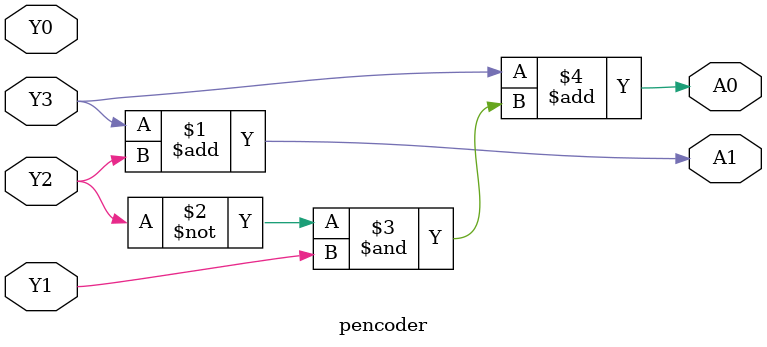
<source format=v>

module pencoder(A0,A1,Y0,Y1,Y2,Y3);
input Y0,Y1,Y2,Y3;
output A0,A1;

assign A1 = Y3 + Y2;
assign A0 = Y3 + ((~Y2)&Y1);

endmodule
</source>
